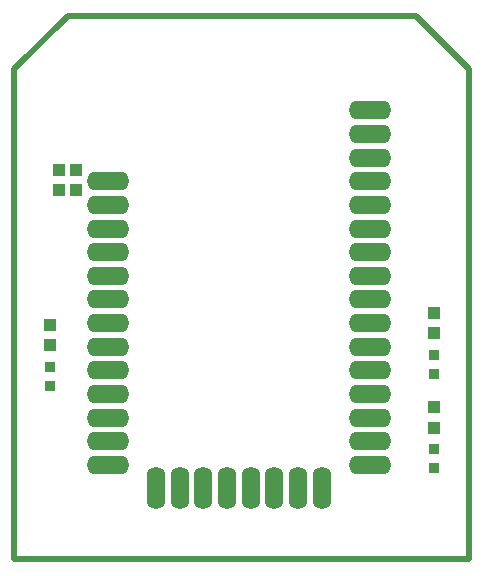
<source format=gtp>
G04 Layer_Color=8421504*
%FSLAX44Y44*%
%MOMM*%
G71*
G01*
G75*
%ADD10R,1.1176X1.0160*%
%ADD11R,0.8128X0.8128*%
%ADD12R,1.0000X1.0000*%
%ADD13O,3.6000X1.6000*%
%ADD14O,1.6000X3.6000*%
%ADD16C,0.5000*%
D10*
X280000Y448636D02*
D03*
Y431500D02*
D03*
X605000Y458636D02*
D03*
Y441500D02*
D03*
Y378636D02*
D03*
Y361500D02*
D03*
D11*
X280000Y413128D02*
D03*
Y397000D02*
D03*
X605000Y423128D02*
D03*
Y407000D02*
D03*
Y343128D02*
D03*
Y327000D02*
D03*
D12*
X287750Y563000D02*
D03*
Y580000D02*
D03*
X302000D02*
D03*
Y563000D02*
D03*
D13*
X329000Y570000D02*
D03*
Y550000D02*
D03*
Y530000D02*
D03*
Y510000D02*
D03*
Y490000D02*
D03*
Y470000D02*
D03*
Y450000D02*
D03*
Y430000D02*
D03*
Y410000D02*
D03*
Y390000D02*
D03*
Y370000D02*
D03*
Y350000D02*
D03*
Y330000D02*
D03*
X551000Y330000D02*
D03*
Y350000D02*
D03*
Y370000D02*
D03*
X551000Y390000D02*
D03*
Y410000D02*
D03*
Y430000D02*
D03*
Y450000D02*
D03*
Y470000D02*
D03*
Y490000D02*
D03*
Y510000D02*
D03*
Y530000D02*
D03*
Y550000D02*
D03*
Y570000D02*
D03*
Y590000D02*
D03*
Y610000D02*
D03*
Y630000D02*
D03*
D14*
X370000Y310000D02*
D03*
X390000D02*
D03*
X410000D02*
D03*
X430000Y310000D02*
D03*
X450000D02*
D03*
X470000D02*
D03*
X490000D02*
D03*
X510000D02*
D03*
D16*
X250000Y250000D02*
Y665000D01*
X295000Y710000D01*
X590000D01*
X635000Y665000D01*
Y250000D02*
Y665000D01*
X250000Y250000D02*
X635000D01*
M02*

</source>
